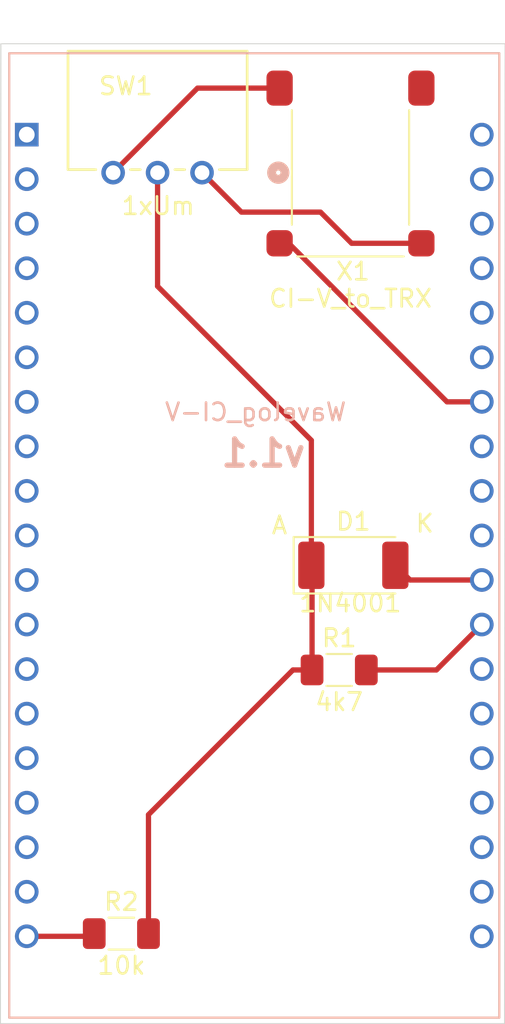
<source format=kicad_pcb>
(kicad_pcb (version 20240108) (generator "pcbnew") (generator_version "8.0")
  (layers (0 "F.Cu" signal) (31 "B.Cu" signal) (34 "B.Paste" user) (35 "F.Paste" user) (36 "B.SilkS" user "B.Silkscreen") (37 "F.SilkS" user "F.Silkscreen") (38 "B.Mask" user) (39 "F.Mask" user) (44 "Edge.Cuts" user))
  (net 0 "")
  (footprint "Resistor_SMD:R_1206_3216Metric_Pad1.30x1.75mm_HandSolder" (layer "F.Cu") (at 155.194 107.0864)
    (property "Reference" "R1" (at 0 -1.82 0) (layer "F.SilkS"))
    (property "Value" "4k7" (at 0 1.82 0) (layer "F.SilkS"))
    (fp_line (start -0.727064 -0.91) (end 0.727064 -0.91) (stroke (width 0.12)) (layer "F.SilkS"))
    (fp_line (start -0.727064 0.91) (end 0.727064 0.91) (stroke (width 0.12)) (layer "F.SilkS"))
    (pad "1" smd roundrect (at -1.55 0) (size 1.3 1.75) (layers "F.Cu" "F.Paste" "F.Mask") (roundrect_rratio 0.192308))
    (pad "2" smd roundrect (at 1.55 0) (size 1.3 1.75) (layers "F.Cu" "F.Paste" "F.Mask") (roundrect_rratio 0.192308))
  )
  (footprint "footprints:SW3_NK236W_APM" (layer "F.Cu") (at 144.8181 78.7249 180)
    (property "Reference" "SW1" (at 1.8161 4.9379 0) (layer "F.SilkS"))
    (property "Value" "1xUm" (at -0.0381 -1.8947 0) (layer "F.SilkS"))
    (fp_circle (center -6.8961 0) (end -6.5151 0) (stroke (width 0.508)) (fill none) (layer "B.SilkS"))
    (fp_line (start 5.1181 6.9294) (end 5.1181 0.173) (stroke (width 0.1524)) (layer "F.SilkS"))
    (fp_line (start 5.1181 0.173) (end 3.530851 0.173) (stroke (width 0.1524)) (layer "F.SilkS"))
    (fp_line (start 1.549149 0.173) (end 0.990851 0.173) (stroke (width 0.1524)) (layer "F.SilkS"))
    (fp_line (start -0.990851 0.173) (end -1.549149 0.173) (stroke (width 0.1524)) (layer "F.SilkS"))
    (fp_line (start -3.530851 0.173) (end -5.1181 0.173) (stroke (width 0.1524)) (layer "F.SilkS"))
    (fp_line (start -5.1181 6.9294) (end 5.1181 6.9294) (stroke (width 0.1524)) (layer "F.SilkS"))
    (fp_line (start -5.1181 0.173) (end -5.1181 6.9294) (stroke (width 0.1524)) (layer "F.SilkS"))
    (fp_circle (center -6.8961 0) (end -6.5151 0) (stroke (width 0.508)) (fill none) (layer "F.SilkS"))
    (pad "1" thru_hole circle (at 0 0 180) (size 1.3462 1.3462) (drill 0.8382) (layers "*.Cu" "*.Mask"))
    (pad "2" thru_hole circle (at -2.54 0 180) (size 1.3462 1.3462) (drill 0.8382) (layers "*.Cu" "*.Mask"))
    (pad "3" thru_hole circle (at 2.54 0 180) (size 1.3462 1.3462) (drill 0.8382) (layers "*.Cu" "*.Mask"))
  )
  (footprint "footprints:P9_DO-213AB_Melf" (layer "F.Cu") (at 153.6039 101.1174)
    (property "Reference" "D1" (at 2.4 -2.5 0) (layer "F.SilkS"))
    (property "Value" "1N4001" (at 2.2251 2.159 0) (layer "F.SilkS"))
    (fp_line (start -1.01 -1.61) (end -1.01 1.61) (stroke (width 0.12)) (layer "F.SilkS"))
    (fp_line (start -1.01 1.61) (end 4.8 1.61) (stroke (width 0.12)) (layer "F.SilkS"))
    (fp_line (start 4.8 -1.61) (end -1.01 -1.61) (stroke (width 0.12)) (layer "F.SilkS"))
    (pad "1" smd roundrect (at 0 0) (size 1.5 2.7) (layers "F.Cu" "F.Paste" "F.Mask") (roundrect_rratio 0.1666666667))
    (pad "2" smd roundrect (at 4.8 0) (size 1.5 2.7) (layers "F.Cu" "F.Paste" "F.Mask") (roundrect_rratio 0.1666666667))
  )
  (footprint "Connector_Audio:Jack_3.5mm_Lumberg_1503_02_Horizontal" (layer "F.Cu") (at 155.8404 76.4032)
    (property "Reference" "X1" (at 0.141 7.9502 0) (layer "F.SilkS"))
    (property "Value" "CI-V_to_TRX" (at 0 9.5 0) (layer "F.SilkS"))
    (fp_line (start -3.35 -1.24) (end -3.35 5.29) (stroke (width 0.12)) (layer "F.SilkS"))
    (fp_line (start 3.04 7.1) (end -3.04 7.1) (stroke (width 0.12)) (layer "F.SilkS"))
    (fp_line (start 3.35 -1.24) (end 3.35 5.29) (stroke (width 0.12)) (layer "F.SilkS"))
    (pad "" np_thru_hole circle (at -2.5 2.5) (size 1.2 1.2) (drill 1.2) (layers "F&B.Cu" "*.Mask"))
    (pad "" np_thru_hole circle (at 2.5 2.5) (size 1.2 1.2) (drill 1.2) (layers "F&B.Cu" "*.Mask"))
    (pad "R" smd roundrect (at 4.05 6.35) (size 1.5 1.5) (layers "F.Cu" "F.Paste" "F.Mask"))
    (pad "S" smd roundrect (at -4.05 6.35) (size 1.5 1.5) (layers "F.Cu" "F.Paste" "F.Mask"))
    (pad "T" smd roundrect (at -4.05 -2.5) (size 1.5 2) (layers "F.Cu" "F.Paste" "F.Mask"))
    (pad "T" smd roundrect (at 4.05 -2.5) (size 1.5 2) (layers "F.Cu" "F.Paste" "F.Mask"))
  )
  (footprint "Resistor_SMD:R_1206_3216Metric_Pad1.30x1.75mm_HandSolder" (layer "F.Cu") (at 142.748 122.1232)
    (property "Reference" "R2" (at 0 -1.82 0) (layer "F.SilkS"))
    (property "Value" "10k" (at 0 1.82 0) (layer "F.SilkS"))
    (fp_line (start -0.727064 -0.91) (end 0.727064 -0.91) (stroke (width 0.12)) (layer "F.SilkS"))
    (fp_line (start -0.727064 0.91) (end 0.727064 0.91) (stroke (width 0.12)) (layer "F.SilkS"))
    (pad "1" smd roundrect (at -1.55 0) (size 1.3 1.75) (layers "F.Cu" "F.Paste" "F.Mask") (roundrect_rratio 0.192308))
    (pad "2" smd roundrect (at 1.55 0) (size 1.3 1.75) (layers "F.Cu" "F.Paste" "F.Mask") (roundrect_rratio 0.192308))
  )
  (footprint "footprints:MODULE_ESP32_NODEMCU" (layer "B.Cu") (at 150.3426 99.4156 180)
    (property "Reference" "REF**" (hide yes))
    (property "Value" "Wavelog_CI-V" (at -0.0762 7.0358 0) (layer "B.SilkS") (effects (justify mirror)))
    (fp_line (start 14 27.5) (end -14 27.5) (stroke (width 0.127)) (layer "B.SilkS"))
    (fp_line (start 14 -27.5) (end 14 27.5) (stroke (width 0.127)) (layer "B.SilkS"))
    (fp_line (start 14 -27.5) (end -14 -27.5) (stroke (width 0.127)) (layer "B.SilkS"))
    (fp_line (start -14 -27.5) (end -14 27.5) (stroke (width 0.127)) (layer "B.SilkS"))
    (pad "" np_thru_hole circle (at -12.5 -26 180) (size 2.25 2.25) (drill 2.25) (layers "*.Cu" "*.Mask"))
    (pad "" np_thru_hole circle (at -12.5 26 180) (size 2.25 2.25) (drill 2.25) (layers "*.Cu" "*.Mask"))
    (pad "" np_thru_hole circle (at 12.5 -26 180) (size 2.25 2.25) (drill 2.25) (layers "*.Cu" "*.Mask"))
    (pad "" np_thru_hole circle (at 12.5 26 180) (size 2.25 2.25) (drill 2.25) (layers "*.Cu" "*.Mask"))
    (pad "J4_1" thru_hole rect (at 13 22.86 180) (size 1.35 1.35) (drill 0.9) (layers "*.Cu" "*.Mask"))
    (pad "J4_2" thru_hole circle (at 13 20.32 180) (size 1.35 1.35) (drill 0.9) (layers "*.Cu" "*.Mask"))
    (pad "J4_3" thru_hole circle (at 13 17.78 180) (size 1.35 1.35) (drill 0.9) (layers "*.Cu" "*.Mask"))
    (pad "J4_4" thru_hole circle (at 13 15.24 180) (size 1.35 1.35) (drill 0.9) (layers "*.Cu" "*.Mask"))
    (pad "J4_5" thru_hole circle (at 13 12.7 180) (size 1.35 1.35) (drill 0.9) (layers "*.Cu" "*.Mask"))
    (pad "J4_6" thru_hole circle (at 13 10.16 180) (size 1.35 1.35) (drill 0.9) (layers "*.Cu" "*.Mask"))
    (pad "J4_7" thru_hole circle (at 13 7.62 180) (size 1.35 1.35) (drill 0.9) (layers "*.Cu" "*.Mask"))
    (pad "J4_8" thru_hole circle (at 13 5.08 180) (size 1.35 1.35) (drill 0.9) (layers "*.Cu" "*.Mask"))
    (pad "J4_9" thru_hole circle (at 13 2.54 180) (size 1.35 1.35) (drill 0.9) (layers "*.Cu" "*.Mask"))
    (pad "J4_10" thru_hole circle (at 13 0 180) (size 1.35 1.35) (drill 0.9) (layers "*.Cu" "*.Mask"))
    (pad "J4_11" thru_hole circle (at 13 -2.54 180) (size 1.35 1.35) (drill 0.9) (layers "*.Cu" "*.Mask"))
    (pad "J4_12" thru_hole circle (at 13 -5.08 180) (size 1.35 1.35) (drill 0.9) (layers "*.Cu" "*.Mask"))
    (pad "J4_13" thru_hole circle (at 13 -7.62 180) (size 1.35 1.35) (drill 0.9) (layers "*.Cu" "*.Mask"))
    (pad "J4_14" thru_hole circle (at 13 -10.16 180) (size 1.35 1.35) (drill 0.9) (layers "*.Cu" "*.Mask"))
    (pad "J4_15" thru_hole circle (at 13 -12.7 180) (size 1.35 1.35) (drill 0.9) (layers "*.Cu" "*.Mask"))
    (pad "J4_16" thru_hole circle (at 13 -15.24 180) (size 1.35 1.35) (drill 0.9) (layers "*.Cu" "*.Mask"))
    (pad "J4_17" thru_hole circle (at 13 -17.78 180) (size 1.35 1.35) (drill 0.9) (layers "*.Cu" "*.Mask"))
    (pad "J4_18" thru_hole circle (at 13 -20.32 180) (size 1.35 1.35) (drill 0.9) (layers "*.Cu" "*.Mask"))
    (pad "J4_19" thru_hole circle (at 13 -22.86 180) (size 1.35 1.35) (drill 0.9) (layers "*.Cu" "*.Mask"))
    (pad "J5_1" thru_hole circle (at -13 -22.86 180) (size 1.35 1.35) (drill 0.9) (layers "*.Cu" "*.Mask"))
    (pad "J5_2" thru_hole circle (at -13 -20.32 180) (size 1.35 1.35) (drill 0.9) (layers "*.Cu" "*.Mask"))
    (pad "J5_3" thru_hole circle (at -13 -17.78 180) (size 1.35 1.35) (drill 0.9) (layers "*.Cu" "*.Mask"))
    (pad "J5_4" thru_hole circle (at -13 -15.24 180) (size 1.35 1.35) (drill 0.9) (layers "*.Cu" "*.Mask"))
    (pad "J5_5" thru_hole circle (at -13 -12.7 180) (size 1.35 1.35) (drill 0.9) (layers "*.Cu" "*.Mask"))
    (pad "J5_6" thru_hole circle (at -13 -10.16 180) (size 1.35 1.35) (drill 0.9) (layers "*.Cu" "*.Mask"))
    (pad "J5_7" thru_hole circle (at -13 -7.62 180) (size 1.35 1.35) (drill 0.9) (layers "*.Cu" "*.Mask"))
    (pad "J5_8" thru_hole circle (at -13 -5.08 180) (size 1.35 1.35) (drill 0.9) (layers "*.Cu" "*.Mask"))
    (pad "J5_9" thru_hole circle (at -13 -2.54 180) (size 1.35 1.35) (drill 0.9) (layers "*.Cu" "*.Mask"))
    (pad "J5_10" thru_hole circle (at -13 0 180) (size 1.35 1.35) (drill 0.9) (layers "*.Cu" "*.Mask"))
    (pad "J5_11" thru_hole circle (at -13 2.54 180) (size 1.35 1.35) (drill 0.9) (layers "*.Cu" "*.Mask"))
    (pad "J5_12" thru_hole circle (at -13 5.08 180) (size 1.35 1.35) (drill 0.9) (layers "*.Cu" "*.Mask"))
    (pad "J5_13" thru_hole circle (at -13 7.62 180) (size 1.35 1.35) (drill 0.9) (layers "*.Cu" "*.Mask"))
    (pad "J5_14" thru_hole circle (at -13 10.16 180) (size 1.35 1.35) (drill 0.9) (layers "*.Cu" "*.Mask"))
    (pad "J5_15" thru_hole circle (at -13 12.7 180) (size 1.35 1.35) (drill 0.9) (layers "*.Cu" "*.Mask"))
    (pad "J5_16" thru_hole circle (at -13 15.24 180) (size 1.35 1.35) (drill 0.9) (layers "*.Cu" "*.Mask"))
    (pad "J5_17" thru_hole circle (at -13 17.78 180) (size 1.35 1.35) (drill 0.9) (layers "*.Cu" "*.Mask"))
    (pad "J5_18" thru_hole circle (at -13 20.32 180) (size 1.35 1.35) (drill 0.9) (layers "*.Cu" "*.Mask"))
    (pad "J5_19" thru_hole circle (at -13 22.86 180) (size 1.35 1.35) (drill 0.9) (layers "*.Cu" "*.Mask"))
  )
  (gr_line (start 135.8646 71.374) (end 164.6682 71.374) (stroke (width 0.05)) (layer "Edge.Cuts"))
  (gr_line (start 164.6428 127.254) (end 135.8392 127.254) (stroke (width 0.05)) (layer "Edge.Cuts"))
  (gr_line (start 164.6682 71.374) (end 164.6428 127.254) (stroke (width 0.05)) (layer "Edge.Cuts"))
  (gr_line (start 135.8392 127.254) (end 135.8646 71.374) (stroke (width 0.05)) (layer "Edge.Cuts"))
  (gr_text "v1.1" (at 153.416 95.6056 0) (layer "B.SilkS") (effects (font (size 1.5 1.5) (thickness 0.3) (bold yes)) (justify left bottom mirror)))
  (gr_text "A" (at 151.257 99.4156 0) (layer "F.SilkS") (effects (font (size 1 1)) (justify left bottom)))
  (gr_text "K" (at 159.4866 99.314 0) (layer "F.SilkS") (effects (font (size 1 1)) (justify left bottom)))
  (segment (start 144.298 115.3402) (end 152.5518 107.0864) (width 0.3) (layer "F.Cu") (net 0))
  (segment (start 159.2421 101.9556) (end 158.4039 101.1174) (width 0.3) (layer "F.Cu") (net 0))
  (segment (start 163.3426 101.9556) (end 159.2421 101.9556) (width 0.3) (layer "F.Cu") (net 0))
  (segment (start 144.8181 78.7249) (end 144.8181 85.2043) (width 0.3) (layer "F.Cu") (net 0))
  (segment (start 153.644 107.0864) (end 153.644 101.1575) (width 0.3) (layer "F.Cu") (net 0))
  (segment (start 147.0998 73.9032) (end 142.2781 78.7249) (width 0.3) (layer "F.Cu") (net 0))
  (segment (start 149.6084 80.9752) (end 147.3581 78.7249) (width 0.3) (layer "F.Cu") (net 0))
  (segment (start 159.8904 82.7532) (end 155.9052 82.7532) (width 0.3) (layer "F.Cu") (net 0))
  (segment (start 156.744 107.0864) (end 160.7518 107.0864) (width 0.3) (layer "F.Cu") (net 0))
  (segment (start 153.644 107.0864) (end 153.644 106.9092) (width 0.3) (layer "F.Cu") (net 0))
  (segment (start 161.3548 91.7956) (end 152.327 82.7678) (width 0.3) (layer "F.Cu") (net 0))
  (segment (start 153.644 106.9092) (end 153.2991 106.5643) (width 0.3) (layer "F.Cu") (net 0))
  (segment (start 141.0456 122.2756) (end 141.198 122.1232) (width 0.3) (layer "F.Cu") (net 0))
  (segment (start 137.3426 122.2756) (end 141.0456 122.2756) (width 0.3) (layer "F.Cu") (net 0))
  (segment (start 152.5518 107.0864) (end 153.644 107.0864) (width 0.3) (layer "F.Cu") (net 0))
  (segment (start 144.298 122.1232) (end 144.298 115.3402) (width 0.3) (layer "F.Cu") (net 0))
  (segment (start 155.9052 82.7532) (end 154.1272 80.9752) (width 0.3) (layer "F.Cu") (net 0))
  (segment (start 144.8181 85.2043) (end 153.6039 93.9901) (width 0.3) (layer "F.Cu") (net 0))
  (segment (start 163.3426 91.7956) (end 161.3548 91.7956) (width 0.3) (layer "F.Cu") (net 0))
  (segment (start 160.7518 107.0864) (end 163.3426 104.4956) (width 0.3) (layer "F.Cu") (net 0))
  (segment (start 154.1272 80.9752) (end 149.6084 80.9752) (width 0.3) (layer "F.Cu") (net 0))
  (segment (start 151.7904 73.9032) (end 147.0998 73.9032) (width 0.3) (layer "F.Cu") (net 0))
  (segment (start 153.644 101.1575) (end 153.6039 101.1174) (width 0.3) (layer "F.Cu") (net 0))
  (segment (start 153.6039 93.9901) (end 153.6039 101.1174) (width 0.3) (layer "F.Cu") (net 0))
)
</source>
